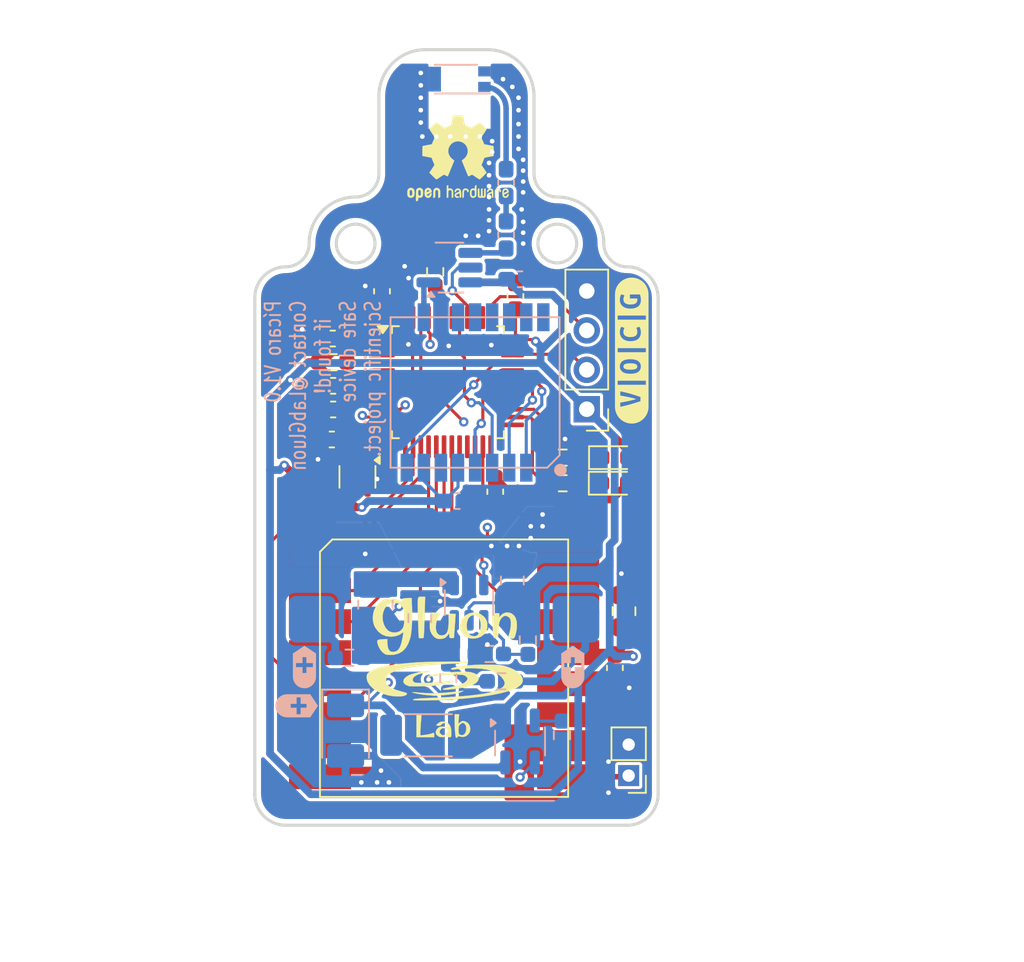
<source format=kicad_pcb>
(kicad_pcb (version 20241229) (generator "pcbnew") (generator_version "9.0")
  (layers (0 "F.Cu" signal) (4 "In1.Cu" signal) (6 "In2.Cu" signal) (2 "B.Cu" signal) (13 "F.Paste" user) (15 "B.Paste" user) (5 "F.SilkS" user "F.Silkscreen") (7 "B.SilkS" user "B.Silkscreen") (1 "F.Mask" user) (3 "B.Mask" user) (25 "Edge.Cuts" user))
  (net 0 "")
  (net 1 "Net-(AE1-FEED)")
  (net 2 "GND")
  (net 3 "/V_SOLAR")
  (net 4 "+3V3")
  (net 5 "Net-(C5-Pad1)")
  (net 6 "Net-(U4-NRST)")
  (net 7 "/TEMP_ADC")
  (net 8 "Net-(D1-K)")
  (net 9 "Net-(D2-K)")
  (net 10 "Net-(J1-Pin_2)")
  (net 11 "Net-(J3-Pin_1)")
  (net 13 "/LORA_MOSI")
  (net 15 "/LORA_DIO0")
  (net 16 "Net-(U2-RF_OUT)")
  (net 18 "/LORA_MISO")
  (net 20 "/LORA_CS")
  (net 21 "/LORA_SCK")
  (net 22 "/LORA_RST")
  (net 24 "Net-(U5-SW)")
  (net 25 "/V_SUPERCAP_SENSE")
  (net 26 "Net-(U6-Set)")
  (net 27 "/BOOST_EN")
  (net 28 "Net-(U4-PB13)")
  (net 29 "Net-(U4-PB14)")
  (net 30 "Net-(U4-BOOT0)")
  (net 31 "/SWDIO")
  (net 32 "/SUPERCAP_EN")
  (net 33 "/~{GPS_RESET}")
  (net 34 "Net-(U5-V_{FB})")
  (net 38 "/~{LNA_SHDN}")
  (net 42 "Net-(U1-RF_IN)")
  (net 43 "/SWCLK")
  (net 44 "/GPS_RX")
  (net 45 "/GPS_ONOFF")
  (net 53 "/1PPS")
  (net 54 "/GPS_TX")
  (net 57 "Net-(J2-Pin_2)")
  (footprint "GluonLib:LogoGluon_12mm" (layer "F.Cu") (at 150 117.4)
    (property "Reference" "G***" (hide yes))
    (property "Value" "LOGO" (hide yes))
  )
  (footprint "Capacitor_SMD:C_0603_1608Metric_Pad1.08x0.95mm_HandSolder" (layer "F.Cu") (at 142.851 99.5725)
    (property "Reference" "C7" (hide yes))
    (property "Value" "100n")
  )
  (footprint "kibuzzard-688BBE2B" (layer "F.Cu") (at 162.1 97.3 90)
    (property "Reference" "kibuzzard-688BBE2B" (hide yes))
    (property "Value" "G***" (hide yes))
  )
  (footprint "Capacitor_SMD:C_0603_1608Metric_Pad1.08x0.95mm_HandSolder" (layer "F.Cu") (at 161.014 117.7585 90)
    (property "Reference" "C3" (hide yes))
    (property "Value" "100n")
  )
  (footprint "Symbol:OSHW-Logo2_7.3x6mm_SilkScreen" (layer "F.Cu") (at 150.9 84.9)
    (property "Reference" "REF**" (hide yes))
    (property "Value" "OSHW-Logo2_7.3x6mm_SilkScreen" (hide yes))
  )
  (footprint "Capacitor_SMD:C_0603_1608Metric_Pad1.08x0.95mm_HandSolder" (layer "F.Cu") (at 153.3 106.4 90)
    (property "Reference" "C8" (hide yes))
    (property "Value" "100n")
  )
  (footprint "Connector_PinHeader_2.54mm:PinHeader_1x04_P2.54mm_Vertical" (layer "F.Cu") (at 159.2 101.08 180)
    (property "Reference" "J4" (hide yes))
    (property "Value" "SWD")
  )
  (footprint "Package_QFP:LQFP-48_7x7mm_P0.5mm" (layer "F.Cu") (at 150.25 99.3375)
    (property "Reference" "U4" (hide yes))
    (property "Value" "STM32F103C8Tx")
  )
  (footprint "LED_SMD:LED_0603_1608Metric_Pad1.05x0.95mm_HandSolder" (layer "F.Cu") (at 160.99395 105.851736)
    (property "Reference" "D1" (hide yes))
    (property "Value" "LED")
  )
  (footprint "Capacitor_SMD:C_0603_1608Metric_Pad1.08x0.95mm_HandSolder" (layer "F.Cu") (at 142.8245 96.5245)
    (property "Reference" "C12" (hide yes))
    (property "Value" "100n")
  )
  (footprint "Capacitor_SMD:C_0603_1608Metric_Pad1.08x0.95mm_HandSolder" (layer "F.Cu") (at 142.764879 103.031655)
    (property "Reference" "C6" (hide yes))
    (property "Value" "100n")
  )
  (footprint "Capacitor_SMD:C_0603_1608Metric_Pad1.08x0.95mm_HandSolder" (layer "F.Cu") (at 145.9995 93.4765 -90)
    (property "Reference" "C9" (hide yes))
    (property "Value" "100n")
  )
  (footprint "Resistor_SMD:R_0603_1608Metric_Pad0.98x0.95mm_HandSolder" (layer "F.Cu") (at 142.8245 98.0485)
    (property "Reference" "R6" (hide yes))
    (property "Value" "10k")
  )
  (footprint "LED_SMD:LED_0603_1608Metric_Pad1.05x0.95mm_HandSolder" (layer "F.Cu") (at 161.00795 104.200736)
    (property "Reference" "D2" (hide yes))
    (property "Value" "LED")
  )
  (footprint "Capacitor_SMD:C_0603_1608Metric_Pad1.08x0.95mm_HandSolder" (layer "F.Cu") (at 154.6 93.8 -90)
    (property "Reference" "C11" (hide yes))
    (property "Value" "100n")
  )
  (footprint "Connector_PinHeader_2.00mm:PinHeader_1x02_P2.00mm_Vertical" (layer "F.Cu") (at 161.9 124.7 180)
    (property "Reference" "J3" (hide yes))
    (property "Value" "LORA_ANT")
  )
  (footprint "Capacitor_SMD:C_0805_2012Metric_Pad1.18x1.45mm_HandSolder" (layer "F.Cu") (at 161.6 114.1 90)
    (property "Reference" "C4" (hide yes))
    (property "Value" "10u")
  )
  (footprint "Resistor_SMD:R_0603_1608Metric_Pad0.98x0.95mm_HandSolder" (layer "F.Cu") (at 157.65095 104.200736 180)
    (property "Reference" "R4" (hide yes))
    (property "Value" "1k")
  )
  (footprint "Resistor_SMD:R_0603_1608Metric_Pad0.98x0.95mm_HandSolder" (layer "F.Cu") (at 149.4285 92.23 90)
    (property "Reference" "R5" (hide yes))
    (property "Value" "10k")
  )
  (footprint "Resistor_SMD:R_0603_1608Metric_Pad0.98x0.95mm_HandSolder" (layer "F.Cu") (at 157.65095 105.851736 180)
    (property "Reference" "R3" (hide yes))
    (property "Value" "1k")
  )
  (footprint "Capacitor_SMD:C_0603_1608Metric_Pad1.08x0.95mm_HandSolder" (layer "F.Cu") (at 142.851 101.0965)
    (property "Reference" "C10" (hide yes))
    (property "Value" "100n")
  )
  (footprint "GluonLib:SX1278" (layer "F.Cu") (at 150 117.774 -90)
    (property "Reference" "MOD1" (hide yes))
    (property "Value" "SX1278")
  )
  (footprint "Package_TO_SOT_SMD:SOT-353_SC-70-5" (layer "F.Cu") (at 144.415879 105.444655 -90)
    (property "Reference" "U3" (hide yes))
    (property "Value" "TMP235A4DCKR")
  )
  (footprint "Package_TO_SOT_SMD:SOT-23-6" (layer "B.Cu") (at 151.611 113.5515 -90)
    (property "Reference" "U5" (hide yes))
    (property "Value" "MCP1640Bx-xCHY")
  )
  (footprint "Resistor_SMD:R_0603_1608Metric_Pad0.98x0.95mm_HandSolder" (layer "B.Cu") (at 153.703 118.621 180)
    (property "Reference" "R2" (hide yes))
    (property "Value" "0R")
  )
  (footprint "Resistor_SMD:R_0603_1608Metric_Pad0.98x0.95mm_HandSolder" (layer "B.Cu") (at 157.6 122.1 -90)
    (property "Reference" "R11" (hide yes))
    (property "Value" "33")
  )
  (footprint "Inductor_SMD:L_0603_1608Metric_Pad1.05x0.95mm_HandSolder" (layer "B.Cu") (at 154 89.845 90)
    (property "Reference" "L1" (hide yes))
    (property "Value" "6.8n")
  )
  (footprint "Capacitor_SMD:C_0603_1608Metric_Pad1.08x0.95mm_HandSolder" (layer "B.Cu") (at 154.9 92.7 180)
    (property "Reference" "C2" (hide yes))
    (property "Value" "100n")
  )
  (footprint "Resistor_SMD:R_0603_1608Metric_Pad0.98x0.95mm_HandSolder" (layer "B.Cu") (at 155.403 115.97 -90)
    (property "Reference" "R8" (hide yes))
    (property "Value" "536k")
  )
  (footprint "Resistor_SMD:R_0603_1608Metric_Pad0.98x0.95mm_HandSolder" (layer "B.Cu") (at 152.9185 116.859 180)
    (property "Reference" "R9" (hide yes))
    (property "Value" "309k")
  )
  (footprint "RF_Antenna:Pulse_W3011" (layer "B.Cu") (at 151 79.8 90)
    (property "Reference" "AE1" (hide yes))
    (property "Value" "Antenna_Chip")
  )
  (footprint "Package_TO_SOT_SMD:SOT-23-5_HandSoldering" (layer "B.Cu") (at 154.9 122.5 -90)
    (property "Reference" "U6" (hide yes))
    (property "Value" "MT9700")
  )
  (footprint "Capacitor_SMD:C_0805_2012Metric_Pad1.18x1.45mm_HandSolder" (layer "B.Cu") (at 148.436 114.5515 90)
    (property "Reference" "C13" (hide yes))
    (property "Value" "10u")
  )
  (footprint "Resistor_SMD:R_0603_1608Metric_Pad0.98x0.95mm_HandSolder" (layer "B.Cu") (at 150.275 118.421 -90)
    (property "Reference" "R7" (hide yes))
    (property "Value" "10k")
  )
  (footprint "Resistor_SMD:R_0603_1608Metric_Pad0.98x0.95mm_HandSolder" (layer "B.Cu") (at 143.9 117.1)
    (property "Reference" "R1" (hide yes))
    (property "Value" "0R")
  )
  (footprint "kibuzzard-688BBDB2" (layer "B.Cu") (at 140.5 120.2)
    (property "Reference" "kibuzzard-688BBDB2" (hide yes))
    (property "Value" "G***" (hide yes))
  )
  (footprint "GluonLib:2_PAD_SMD" (layer "B.Cu") (at 158.5 111.621 -90)
    (property "Reference" "J2" (hide yes))
    (property "Value" "SOLAR_L")
  )
  (footprint "GluonLib:ATGM336H" (layer "B.Cu") (at 152 100 180)
    (property "Reference" "U1" (hide yes))
    (property "Value" "ATGM336H")
  )
  (footprint "Resistor_SMD:R_2010_5025Metric_Pad1.40x2.65mm_HandSolder" (layer "B.Cu") (at 148.984 122.1 180)
    (property "Reference" "R10" (hide yes))
    (property "Value" "33")
  )
  (footprint "Capacitor_Tantalum_SMD:CP_EIA-3528-12_Kemet-T_HandSolder" (layer "B.Cu") (at 143.65 121.8 -90)
    (property "Reference" "C15" (hide yes))
    (property "Value" "10F")
  )
  (footprint "Capacitor_SMD:C_0805_2012Metric_Pad1.18x1.45mm_HandSolder" (layer "B.Cu") (at 154.403 112.121 90)
    (property "Reference" "C14" (hide yes))
    (property "Value" "10u")
  )
  (footprint "Capacitor_SMD:C_0603_1608Metric_Pad1.08x0.95mm_HandSolder" (layer "B.Cu") (at 154 86.47 90)
    (property "Reference" "C5" (hide yes))
    (property "Value" "470p")
  )
  (footprint "kibuzzard-688BBDB2" (layer "B.Cu") (at 158.3 117.7 90)
    (property "Reference" "kibuzzard-688BBDB2" (hide yes))
    (property "Value" "G***" (hide yes))
  )
  (footprint "kibuzzard-688BBDB2" (layer "B.Cu") (at 141 117.7 90)
    (property "Reference" "kibuzzard-688BBDB2" (hide yes))
    (property "Value" "G***" (hide yes))
  )
  (footprint "Package_TO_SOT_SMD:SOT-23-6_Handsoldering" (layer "B.Cu") (at 150.35 91.95)
    (property "Reference" "U2" (hide yes))
    (property "Value" "AT2659S")
  )
  (footprint "Capacitor_SMD:C_0603_1608Metric_Pad1.08x0.95mm_HandSolder" (layer "B.Cu") (at 150.8625 107 180)
    (property "Reference" "C1" (hide yes))
    (property "Value" "100n")
  )
  (footprint "Inductor_SMD:L_1008_2520Metric_Pad1.43x2.20mm_HandSolder" (layer "B.Cu") (at 145.576 113.684 90)
    (property "Reference" "L2" (hide yes))
    (property "Value" "4.7u")
  )
  (footprint "GluonLib:2_PAD_SMD" (layer "B.Cu") (at 141.5 111.621 -90)
    (property "Reference" "J1" (hide yes))
    (property "Value" "SOLAR_R")
  )
  (gr_arc (start 152.799999 77.9) (mid 154.92132 78.77868) (end 155.8 80.900001) (stroke (width 0.2)) (layer "Edge.Cuts"))
  (gr_arc (start 157.3 87.4) (mid 156.23934 86.96066) (end 155.8 85.899999) (stroke (width 0.2)) (layer "Edge.Cuts"))
  (gr_arc (start 145.8 85.9) (mid 145.36066 86.96066) (end 144.3 87.4) (stroke (width 0.2)) (layer "Edge.Cuts"))
  (gr_arc (start 141.3 90.4) (mid 142.17868 88.27868) (end 144.3 87.4) (stroke (width 0.2)) (layer "Edge.Cuts"))
  (gr_line (start 155.8 80.900001) (end 155.8 85.899999) (stroke (width 0.2)) (layer "Edge.Cuts"))
  (gr_arc (start 157.3 87.4) (mid 159.42132 88.27868) (end 160.3 90.4) (stroke (width 0.2)) (layer "Edge.Cuts"))
  (gr_arc (start 161.8 91.9) (mid 160.73934 91.46066) (end 160.3 90.4) (stroke (width 0.2)) (layer "Edge.Cuts"))
  (gr_arc (start 139.8 127.9) (mid 138.385786 127.314214) (end 137.8 125.9) (stroke (width 0.2)) (layer "Edge.Cuts"))
  (gr_circle (center 157.3 90.4) (end 156.05 90.4) (stroke (width 0.2)) (fill no) (layer "Edge.Cuts"))
  (gr_arc (start 141.3 90.4) (mid 140.86066 91.46066) (end 139.8 91.9) (stroke (width 0.2)) (layer "Edge.Cuts"))
  (gr_arc (start 137.8 93.9) (mid 138.385786 92.485786) (end 139.8 91.9) (stroke (width 0.2)) (layer "Edge.Cuts"))
  (gr_arc (start 145.8 80.9) (mid 146.67868 78.77868) (end 148.8 77.9) (stroke (width 0.2)) (layer "Edge.Cuts"))
  (gr_line (start 139.8 127.9) (end 161.800002 127.9) (stroke (width 0.2)) (layer "Edge.Cuts"))
  (gr_arc (start 163.8 125.900001) (mid 163.214214 127.314214) (end 161.800002 127.9) (stroke (width 0.2)) (layer "Edge.Cuts"))
  (gr_line (start 148.8 77.9) (end 152.799999 77.9) (stroke (width 0.2)) (layer "Edge.Cuts"))
  (gr_line (start 163.8 93.899998) (end 163.8 125.900001) (stroke (width 0.2)) (layer "Edge.Cuts"))
  (gr_line (start 137.8 93.9) (end 137.8 125.9) (stroke (width 0.2)) (layer "Edge.Cuts"))
  (gr_arc (start 161.8 91.9) (mid 163.214214 92.485786) (end 163.8 93.899998) (stroke (width 0.2)) (layer "Edge.Cuts"))
  (gr_line (start 145.8 80.9) (end 145.8 85.9) (stroke (width 0.2)) (layer "Edge.Cuts"))
  (gr_circle (center 144.3 90.4) (end 143.05 90.4) (stroke (width 0.2)) (fill no) (layer "Edge.Cuts"))
  (gr_text "Pícaro V1.0\nContact @LabGluon \n  if found!\nSafe device\nScientific project." (at 146 94 90) (layer "B.SilkS") (effects (font (size 1 0.75) (thickness 0.125)) (justify left bottom mirror)))
  (segment (start 154 85.6075) (end 154 81.7) (width 0.354575) (layer "B.Cu") (net 1))
  (arc (start 154 81.7) (mid 153.589949 80.710051) (end 152.6 80.3) (width 0.354575) (layer "B.Cu") (net 1))
  (segment (start 159.2 93.46) (end 158.6775 92.9375) (width 0.2) (layer "F.Cu") (net 2))
  (segment (start 152.5 103.5) (end 152.5 106.4625) (width 0.2) (layer "F.Cu") (net 2))
  (segment (start 144.552 110.774) (end 144.92 110.406) (width 0.5) (layer "F.Cu") (net 2))
  (segment (start 144.415879 105.744655) (end 144.415879 104.494655) (width 0.2) (layer "F.Cu") (net 2))
  (segment (start 149.4285 91.3175) (end 148.0065 91.3175) (width 0.5) (layer "F.Cu") (net 2))
  (segment (start 145.065879 106.394655) (end 145.065879 106.196121) (width 0.2) (layer "F.Cu") (net 2))
  (segment (start 141.962 96.5245) (end 141.4525 96.5245) (width 0.5) (layer "F.Cu") (net 2))
  (segment (start 161.6 111.846) (end 161.43 111.676) (width 0.5) (layer "F.Cu") (net 2))
  (segment (start 154.4125 97.0875) (end 153.1915 97.0875) (width 0.2) (layer "F.Cu") (net 2))
  (segment (start 148 96.658) (end 148 95.175) (width 0.2) (layer "F.Cu") (net 2))
  (segment (start 161.014 118.621) (end 161.517 118.621) (width 0.5) (layer "F.Cu") (net 2))
  (segment (start 147.1105 100.0875) (end 146.0875 100.0875) (width 0.2) (layer "F.Cu") (net 2))
  (segment (start 145.682 125.138) (end 142.364 125.138) (width 0.5) (layer "F.Cu") (net 2))
  (segment (start 145.9995 92.614) (end 145.44 92.614) (width 0.5) (layer "F.Cu") (net 2))
  (segment (start 145.065879 106.394655) (end 144.415879 105.744655) (width 0.2) (layer "F.Cu") (net 2))
  (segment (start 153.1915 97.0875) (end 153.048 96.944) (width 0.2) (layer "F.Cu") (net 2))
  (segment (start 145.936 124.376) (end 142.398 124.376) (width 0.5) (layer "F.Cu") (net 2))
  (segment (start 147.968 97.168) (end 147.968 99.23) (width 0.2) (layer "F.Cu") (net 2))
  (segment (start 141.9885 102.945534) (end 141.902379 103.031655) (width 0.5) (layer "F.Cu") (net 2))
  (segment (start 147.7 96.9) (end 147.968 97.168) (width 0.2) (layer "F.Cu") (net 2))
  (segment (start 141.902379 104.279621) (end 141.872 104.31) (width 0.5) (layer "F.Cu") (net 2))
  (segment (start 152.5 106.4625) (end 153.3 107.2625) (width 0.2) (layer "F.Cu") (net 2))
  (segment (start 145.44 92.614) (end 144.92 93.134) (width 0.5) (layer "F.Cu") (net 2))
  (segment (start 161.6 113.0625) (end 161.6 111.846) (width 0.5) (layer "F.Cu") (net 2))
  (segment (start 141.9885 99.5725) (end 141.9885 102.945534) (width 0.5) (layer "F.Cu") (net 2))
  (segment (start 142.398 124.376) (end 142 124.774) (width 0.5) (layer "F.Cu") (net 2))
  (segment (start 141.4525 96.5245) (end 140.856 95.928) (width 0.5) (layer "F.Cu") (net 2))
  (segment (start 158.6775 92.9375) (end 154.6 92.9375) (width 0.2) (layer "F.Cu") (net 2))
  (segment (start 144.666 125.138) (end 142.364 125.138) (width 0.5) (layer "F.Cu") (net 2))
  (segment (start 147.758 96.9) (end 148 96.658) (width 0.2) (layer "F.Cu") (net 2))
  (segment (start 142 110.774) (end 144.552 110.774) (width 0.5) (layer "F.Cu") (net 2))
  (segment (start 147.968 99.23) (end 147.1105 100.0875) (width 0.2) (layer "F.Cu") (net 2))
  (segment (start 153.3 107.2625) (end 153.9035 107.866) (width 0.2) (layer "F.Cu") (net 2))
  (segment (start 142.364 125.138) (end 142 124.774) (width 0.5) (layer "F.Cu") (net 2))
  (segment (start 141.902379 103.031655) (end 141.902379 104.279621) (width 0.5) (layer "F.Cu") (net 2))
  (segment (start 153.9035 107.866) (end 156.35 107.866) (width 0.2) (layer "F.Cu") (net 2))
  (segment (start 148.0065 91.3175) (end 147.46 91.864) (width 0.5) (layer "F.Cu") (net 2))
  (segment (start 147.7 96.9) (end 147.758 96.9) (width 0.2) (layer "F.Cu") (net 2))
  (segment (start 161.517 118.621) (end 161.938 119.042) (width 0.5) (layer "F.Cu") (net 2))
  (segment (start 146.444 125.138) (end 142.364 125.138) (width 0.5) (layer "F.Cu") (net 2))
  (segment (start 145.065879 106.196121) (end 145.682 105.58) (width 0.2) (layer "F.Cu") (net 2))
  (via (at 154.8 84.3) (size 0.6) (drill 0.3) (layers "F.Cu" "B.Cu") (net 2))
  (via (at 149.746 113.454) (size 0.6) (drill 0.3) (layers "F.Cu" "B.Cu") (net 2))
  (via (at 148.5 81.8) (size 0.6) (drill 0.3) (layers "F.Cu" "B.Cu") (net 2))
  (via (at 144.92 110.406) (size 0.6) (drill 0.3) (layers "F.Cu" "B.Cu") (net 2))
  (via (at 154.826 109.898) (size 0.6) (drill 0.3) (layers "F.Cu" "B.Cu") (net 2))
  (via (at 148.6 83.5) (size 0.6) (drill 0.3) (layers "F.Cu" "B.Cu") (net 2))
  (via (at 148.5 81) (size 0.6) (drill 0.3) (layers "F.Cu" "B.Cu") (net 2))
  (via (at 155.1 87.1) (size 0.6) (drill 0.3) (layers "F.Cu" "B.Cu") (net 2))
  (via (at 151.4 83.5) (size 0.6) (drill 0.3) (layers "F.Cu" "B.Cu") (net 2))
  (via (at 150.3 97) (size 0.6) (drill 0.3) (layers "F.Cu" "B.Cu") (net 2))
  (via (at 152.9 85.2) (size 0.6) (drill 0.3) (layers "F.Cu" "B.Cu") (net 2))
  (via (at 155.588 109.39) (size 0.6) (drill 0.3) (layers "F.Cu" "B.Cu") (net 2))
  (via (at 155.1 85) (size 0.6) (drill 0.3) (layers "F.Cu" "B.Cu") (net 2))
  (via (at 153.8 79.8) (size 0.6) (drill 0.3) (layers "F.Cu" "B.Cu") (net 2))
  (via (at 152.9 88.9) (size 0.6) (drill 0.3) (layers "F.Cu" "B.Cu") (net 2))
  (via (at 150.4 83.5) (size 0.6) (drill 0.3) (layers "F.Cu" "B.Cu") (net 2))
  (via (at 147.714 92.626) (size 0.6) (drill 0.3) (layers "F.Cu" "B.Cu") (net 2))
  (via (at 147.46 91.864) (size 0.6) (drill 0.3) (layers "F.Cu" "B.Cu") (net 2))
  (via (at 152.9 87.4) (size 0.6) (drill 0.3) (layers "F.Cu" "B.Cu") (net 2))
  (via (at 154.9 123.8) (size 0.6) (drill 0.3) (layers "F.Cu" "B.Cu") (net 2))
  (via (at 144.666 125.138) (size 0.6) (drill 0.3) (layers "F.Cu" "B.Cu") (net 2))
  (via (at 154.8 81.8) (size 0.6) (drill 0.3) (layers "F.Cu" "B.Cu") (net 2))
  (via (at 153.1 84.5) (size 0.6) (drill 0.3) (layers "F.Cu" "B.Cu") (net 2))
  (via (at 140.856 95.928) (size 0.6) (drill 0.3) (layers "F.Cu" "B.Cu") (net 2))
  (via (at 148.5 79.4) (size 0.6) (drill 0.3) (layers "F.Cu" "B.Cu") (net 2))
  (via (at 155.588 108.628) (size 0.6) (drill 0.3) (layers "F.Cu" "B.Cu") (net 2))
  (via (at 161.43 111.676) (size 0.6) (drill 0.3) (layers "F.Cu" "B.Cu") (net 2))
  (via (at 152.794 116.248) (size 0.6) (drill 0.3) (layers "F.Cu" "B.Cu") (net 2))
  (via (at 154.4 80.3) (size 0.6) (drill 0.3) (layers "F.Cu" "B.Cu") (net 2))
  (via (at 156.35 107.866) (size 0.6) (drill 0.3) (layers "F.Cu" "B.Cu") (net 2))
  (via (at 145.936 124.376) (size 0.6) (drill 0.3) (layers "F.Cu" "B.Cu") (net 2))
  (via (at 155 88.2) (size 0.6) (drill 0.3) (layers "F.Cu" "B.Cu") (net 2))
  (via (at 148.5 80.2) (size 0.6) (drill 0.3) (layers "F.Cu" "B.Cu") (net 2))
  (via (at 154.064 109.898) (size 0.6) (drill 0.3) (layers "F.Cu" "B.Cu") (net 2))
  (via (at 151.4 89.9) (size 0.6) (drill 0.3) (layers "F.Cu" "B.Cu") (net 2))
  (via (at 154.8 83.5) (size 0.6) (drill 0.3) (layers "F.Cu" "B.Cu") (net 2))
  (via (at 145.682 105.58) (size 0.6) (drill 0.3) (layers "F.Cu" "B.Cu") (net 2))
  (via (at 152.9 89.6) (size 0.6) (drill 0.3) (layers "F.Cu" "B.Cu") (net 2))
  (via (at 155.1 85.7) (size 0.6) (drill 0.3) (layers "F.Cu" "B.Cu") (net 2))
  (via (at 155.1 90.4) (size 0.6) (drill 0.3) (layers "F.Cu" "B.Cu") (net 2))
  (via (at 156.35 108.628) (size 0.6) (drill 0.3) (layers "F.Cu" "B.Cu") (net 2))
  (via (at 152.2 89.9) (size 0.6) (drill 0.3) (layers "F.Cu" "B.Cu") (net 2))
  (via (at 155.1 89.7) (size 0.6) (drill 0.3) (layers "F.Cu" "B.Cu") (net 2))
  (via (at 144.92 93.134) (size 0.6) (drill 0.3) (layers "F.Cu" "B.Cu") (net 2))
  (via (at 153.1 83.8) (size 0.6) (drill 0.3) (layers "F.Cu" "B.Cu") (net 2))
  (via (at 149.5 83.5) (size 0.6) (drill 0.3) (layers "F.Cu" "B.Cu") (net 2))
  (via (at 146.444 125.138) (size 0.6) (drill 0.3) (layers "F.Cu" "B.Cu") (net 2))
  (via (at 152.9 88.2) (size 0.6) (drill 0.3) (layers "F.Cu" "B.Cu") (net 2))
  (via (at 147.7 96.9) (size 0.6) (drill 0.3) (layers "F.Cu" "B.Cu") (net 2))
  (via (at 161.938 119.042) (size 0.6) (drill 0.3) (layers "F.Cu" "B.Cu") (net 2))
  (via (at 155.1 86.4) (size 0.6) (drill 0.3) (layers "F.Cu" "B.Cu") (net 2))
  (via (at 141.872 104.31) (size 0.6) (drill 0.3) (layers "F.Cu" "B.Cu") (net 2))
  (via (at 154.8 82.7) (size 0.6) (drill 0.3) (layers "F.Cu" "B.Cu") (net 2))
  (via (at 153.048 109.898) (size 0.6) (drill 0.3) (layers "F.Cu" "B.Cu") (net 2))
  (via (at 155.1 89) (size 0.6) (drill 0.3) (layers "F.Cu" "B.Cu") (net 2))
  (via (at 154.8 81) (size 0.6) (drill 0.3) (layers "F.Cu" "B.Cu") (net 2))
  (via (at 152.9 86) (size 0.6) (drill 0.3) (layers "F.Cu" "B.Cu") (net 2))
  (via (at 152.9 86.7) (size 0.6) (drill 0.3) (layers "F.Cu" "B.Cu") (net 2))
  (via (at 152.3 83.5) (size 0.6) (drill 0.3) (layers "F.Cu" "B.Cu") (net 2))
  (via (at 153.048 96.944) (size 0.6) (drill 0.3) (layers "F.Cu" "B.Cu") (net 2))
  (via (at 148.5 82.6) (size 0.6) (drill 0.3) (layers "F.Cu" "B.Cu") (net 2))
  (via (at 145.682 125.138) (size 0.6) (drill 0.3) (layers "F.Cu" "B.Cu") (net 2))
  (via (at 157.8 103) (size 0.6) (drill 0.3) (layers "F.Cu" "B.Cu") (net 2))
  (via (at 160.6 123.8) (size 0.6) (drill 0.3) (layers "F.Cu" "B.Cu") (net 2))
  (via (at 160.6 125.8) (size 0.6) (drill 0.3) (layers "F.Cu" "B.Cu") (net 2))
  (segment (start 147.6 95.15) (end 147.6 96.8) (width 0.2) (layer "B.Cu") (net 2))
  (segment (start 158.44 92.7) (end 159.2 93.46) (width 0.2) (layer "B.Cu") (net 2))
  (segment (start 149 91.95) (end 148.39 91.95) (width 0.2) (layer "B.Cu") (net 2))
  (segment (start 149.8 96.5) (end 150.3 97) (width 0.5) (layer "B.Cu") (net 2))
  (segment (start 156.4 104.4) (end 157.8 103) (width 0.5) (layer "B.Cu") (net 2))
  (segment (start 151.725 107) (end 151.725 108.5) (width 0.2) (layer "B.Cu") (net 2))
  (segment (start 152.006 116.859) (end 152.183 116.859) (width 0.2) (layer "B.Cu") (net 2))
  (segment (start 151.725 108.575) (end 153.048 109.898) (width 0.2) (layer "B.Cu") (net 2))
  (segment (start 155.395 122.405) (end 154.9 122.9) (width 0.2) (layer "B.Cu") (net 2))
  (segment (start 155.7625 92.7) (end 158.44 92.7) (width 0.2) (layer "B.Cu") (net 2))
  (segment (start 157.6 123.0125) (end 156.9925 122.405) (width 0.2) (layer "B.Cu") (net 2))
  (segment (start 156.9925 122.405) (end 155.395 122.405) (width 0.2) (layer "B.Cu") (net 2))
  (segment (start 156.4 104.85) (end 156.4 104.4) (width 0.5) (layer "B.Cu") (net 2))
  (segment (start 149 91) (end 149 91.95) (width 0.2) (layer "B.Cu") (net 2))
  (segment (start 148.324 91) (end 147.46 91.864) (width 0.2) (layer "B.Cu") (net 2))
  (segment (start 155.395 122.405) (end 154.9 121.91) (width 0.2) (layer "B.Cu") (net 2))
  (segment (start 148.39 91.95) (end 147.714 92.626) (width 0.2) (layer "B.Cu") (net 2))
  (segment (start 149 91) (end 148.324 91) (width 0.2) (layer "B.Cu") (net 2))
  (segment (start 154.9 121.91) (end 154.9 121.15) (width 0.2) (layer "B.Cu") (net 2))
  (segment (start 147.6 96.8) (end 147.7 96.9) (width 0.2) (layer "B.Cu") (net 2))
  (segment (start 154.9 122.9) (end 154.9 123.8) (width 0.2) (layer "B.Cu") (net 2))
  (segment (start 152.183 116.859) (end 152.794 116.248) (width 0.2) (layer "B.Cu") (net 2))
  (segment (start 151.725 108.5) (end 151.725 108.575) (width 0.2) (layer "B.Cu") (net 2))
  (segment (start 149.8 95.15) (end 149.8 96.5) (width 0.5) (layer "B.Cu") (net 2))
  (segment (start 147.1875 101.0875) (end 146.0875 101.0875) (width 0.2) (layer "F.Cu") (net 3))
  (segment (start 147.475 100.8) (end 147.1875 101.0875) (width 0.2) (layer "F.Cu") (net 3))
  (segment (start 147.5 100.8) (end 147.475 100.8) (width 0.2) (layer "F.Cu") (net 3))
  (via (at 147.1 113.8) (size 0.6) (drill 0.3) (layers "F.Cu" "B.Cu") (net 3))
  (via (at 147.5 100.8) (size 0.6) (drill 0.3) (layers "F.Cu" "B.Cu") (net 3))
  (segment (start 146.0535 114.8465) (end 147.1 113.8) (width 0.2) (layer "B.Cu") (net 3))
  (segment (start 152.7905 118.621) (end 151.3875 118.621) (width 0.5) (layer "B.Cu") (net 3))
  (segment (start 151.3875 118.621) (end 150.275 117.5085) (width 0.5) (layer "B.Cu") (net 3))
  (segment (start 145.576 114.8465) (end 146.0535 114.8465) (width 0.2) (layer "B.Cu") (net 3))
  (segment (start 161.143 116.848) (end 161.095 116.896) (width 0.2) (layer "F.Cu") (net 4))
  (segment (start 161.6 116.31) (end 161.014 116.896) (width 0.5) (layer "F.Cu") (net 4))
  (segment (start 143.7135 101.0965) (end 143.7135 101.4525) (width 0.2) (layer "F.Cu") (net 4))
  (segment (start 141.394655 106.394655) (end 143.765879 106.394655) (width 0.5) (layer "F.Cu") (net 4))
  (segment (start 144.2225 100.5875) (end 146.0875 100.5875) (width 0.2) (layer "F.Cu") (net 4))
  (segment (start 161.88295 104.200736) (end 161.88295 103.76295) (width 0.5) (layer "F.Cu") (net 4))
  (segment (start 143.765879 106.865879) (end 143.765879 106.394655) (width 0.5) (layer "F.Cu") (net 4))
  (segment (start 142.163 98.0485) (end 143.687 96.5245) (width 0.5) (layer "F.Cu") (net 4))
  (segment (start 153 105.2375) (end 153.3 105.5375) (width 0.2) (layer "F.Cu") (net 4))
  (segment (start 154.6625 106.9) (end 153.3 105.5375) (width 0.5) (layer "F.Cu") (net 4))
  (segment (start 162.078 116.896) (end 162.192 117.01) (width 0.5) (layer "F.Cu") (net 4))
  (segment (start 139.7 104.7) (end 141.394655 106.394655) (width 0.5) (layer "F.Cu") (net 4))
  (segment (start 145.9995 94.339) (end 145.8725 94.339) (width 0.5) (layer "F.Cu") (net 4))
  (segment (start 140.1 99.2) (end 141.2515 98.0485) (width 0.5) (layer "F.Cu") (net 4))
  (segment (start 161.014 116.896) (end 162.078 116.896) (width 0.5) (layer "F.Cu") (net 4))
  (segment (start 143.75 96.5875) (end 143.687 96.5245) (width 0.2) (layer "F.Cu") (net 4))
  (segment (start 143.7135 101.0965) (end 144.2225 100.5875) (width 0.2) (layer "F.Cu") (net 4))
  (segment (start 161.86895 104.214736) (end 161.88295 104.200736) (width 0.5) (layer "F.Cu") (net 4))
  (segment (start 146.563 94.339) (end 147.399 95.175) (width 0.5) (layer "F.Cu") (net 4))
  (segment (start 145.8725 94.339) (end 143.687 96.5245) (width 0.5) (layer "F.Cu") (net 4))
  (segment (start 161.88295 103.76295) (end 159.2 101.08) (width 0.5) (layer "F.Cu") (net 4))
  (segment (start 155.7395 96.5875) (end 155.842 96.69) (width 0.2) (layer "F.Cu") (net 4))
  (segment (start 144.3 107.4) (end 143.765879 106.865879) (width 0.5) (layer "F.Cu") (net 4))
  (segment (start 141.2515 98.0485) (end 141.912 98.0485) (width 0.5) (layer "F.Cu") (net 4))
  (segment (start 158 116.774) (end 160.892 116.774) (width 0.5) (layer "F.Cu") (net 4))
  (segment (start 142.875 99.0115) (end 141.912 98.0485) (width 0.2) (layer "F.Cu") (net 4))
  (segment (start 145.9995 94.339) (end 146.563 94.339) (width 0.5) (layer "F.Cu") (net 4))
  (segment (start 143.7135 101.0965) (end 142.875 100.258) (width 0.2) (layer "F.Cu") (net 4))
  (segment (start 160.892 116.774) (end 161.014 116.896) (width 0.5) (layer "F.Cu") (net 4))
  (segment (start 161.86895 105.851736) (end 160.820686 106.9) (width 0.5) (layer "F.Cu") (net 4))
  (segment (start 154.6 94.6625) (end 154.6 96.4) (width 0.2) (layer "F.Cu") (net 4))
  (segment (start 161.86895 105.851736) (end 161.86895 104.214736) (width 0.5) (layer "F.Cu") (net 4))
  (segment (start 144.7 107.4) (end 144.3 107.4) (width 0.5) (layer "F.Cu") (net 4))
  (segment (start 146.0875 96.5875) (end 143.75 96.5875) (width 0.2) (layer "F.Cu") (net 4))
  (segment (start 154.6 96.4) (end 154.4125 96.5875) (width 0.2) (layer "F.Cu") (net 4))
  (segment (start 141.912 98.0485) (end 142.163 98.0485) (width 0.5) (layer "F.Cu") (net 4))
  (segment (start 154.4125 96.5875) (end 155.7395 96.5875) (width 0.2) (layer "F.Cu") (net 4))
  (segment (start 155.842 96.69) (end 155.852 96.7) (width 0.2) (layer "F.Cu") (net 4))
  (segment (start 153 103.5) (end 153 105.2375) (width 0.2) (layer "F.Cu") (net 4))
  (segment (start 160.820686 106.9) (end 154.6625 106.9) (width 0.5) (layer "F.Cu") (net 4))
  (segment (start 142.875 100.258) (end 142.875 99.0115) (width 0.2) (layer "F.Cu") (net 4))
  (segment (start 161.6 115.1375) (end 161.6 116.31) (width 0.5) (layer "F.Cu") (net 4))
  (segment (start 155.852 96.7) (end 155.9 96.7) (width 0.2) (layer "F.Cu") (net 4))
  (via (at 155.9 96.7) (size 0.6) (drill 0.3) (layers "F.Cu" "B.Cu") (net 4))
  (via (at 139.7 104.7) (size 0.6) (drill 0.3) (layers "F.Cu" "B.Cu") (net 4))
  (via (at 144.7 107.4) (size 0.6) (drill 0.3) (layers "F.Cu" "B.Cu") (net 4))
  (via (at 140.1 99.2) (size 0.6) (drill 0.3) (layers "F.Cu" "B.Cu") (net 4))
  (via (at 162.192 117.01) (size 0.6) (drill 0.3) (layers "F.Cu" "B.Cu") (net 4))
  (segment (start 156.22 97.02) (end 155.9 96.7) (width 0.5) (layer "B.Cu") (net 4))
  (segment (start 151.611 113.872) (end 151.611 114.689) (width 0.2) (layer "B.Cu") (net 4))
  (segment (start 160.679 112.679) (end 159.7 111.7) (width 0.5) (layer "B.Cu") (net 4))
  (segment (start 161.068 117.01) (end 160.679 116.621) (width 0.5) (layer "B.Cu") (net 4))
  (segment (start 156.22 98.1) (end 141.2 98.1) (width 0.5) (layer "B.Cu") (net 4))
  (segment (start 141.4 125.9) (end 138.781 123.281) (width 0.5) (layer "B.Cu") (net 4))
  (segment (start 138.781 105) (end 139.4 105) (width 0.5) (layer "B.Cu") (net 4))
  (segment (start 157.6 94.3) (end 157 93.7) (width 0.5) (layer "B.Cu") (net 4))
  (segment (start 156.5865 111.7) (end 159.7 111.7) (width 1) (layer "B.Cu") (net 4))
  (segment (start 150.9 106.1) (end 150.9 104.85) (width 0.2) (layer "B.Cu") (net 4))
  (segment (start 161 102.88) (end 159.2 101.08) (width 0.5) (layer "B.Cu") (net 4))
  (segment (start 160.679 112.9) (end 160.679 110.8) (width 0.5) (layer "B.Cu") (net 4))
  (segment (start 160.679 109.823396) (end 161 109.502396) (width 0.5) (layer "B.Cu") (net 4))
  (segment (start 139.4 105) (end 139.7 104.7) (width 0.5) (layer "B.Cu") (net 4))
  (segment (start 153.95 120.370001) (end 154.773001 119.547) (width 0.5) (layer "B.Cu") (net 4))
  (segment (start 156.22 97.3) (end 157.6 95.92) (width 0.5) (layer "B.Cu") (net 4))
  (segment (start 160.6 110.8) (end 159.7 111.7) (width 0.5) (layer "B.Cu") (net 4))
  (segment (start 144.7 107.4) (end 145.1 107) (width 0.5) (layer "B.Cu") (net 4))
  (segment (start 159.7 111.7) (end 160.2 111.7) (width 1) (layer "B.Cu") (net 4))
  (segment (start 148.7 105.7) (end 148.7 104.85) (width 0.2) (layer "B.Cu") (net 4))
  (segment (start 138.781 100.519) (end 140.1 99.2) (width 0.5) (layer "B.Cu") (net 4))
  (segment (start 153.8375 92.9) (end 151.7 92.9) (width 0.5) (layer "B.Cu") (net 4))
  (segment (start 158.65 118.65) (end 158.65 124.25) (width 0.5) (layer "B.Cu") (net 4))
  (segment (start 159.2 101.08) (end 156.22 98.1) (width 0.5) (layer "B.Cu") (net 4))
  (segment (start 155.128 113.1585) (end 156.5865 111.7) (width 1) (layer "B.Cu") (net 4))
  (segment (start 156.22 98.1) (end 156.22 97.3) (width 0.5) (layer "B.Cu") (net 4))
  (segment (start 150 107) (end 148.7 105.7) (width 0.2) (layer "B.Cu") (net 4))
  (segment (start 145.1 107) (end 150 107) (width 0.5) (layer "B.Cu") (net 4))
  (segment (start 157.753 119.547) (end 158.65 118.65) (width 0.5) (layer "B.Cu") (net 4))
  (segment (start 158.65 124.25) (end 157 125.9) (width 0.5) (layer "B.Cu") (net 4))
  (segment (start 158.65 118.65) (end 160.679 116.621) (width 0.5) (layer "B.Cu") (net 4))
  (segment (start 162.192 117.01) (end 161.068 117.01) (width 0.5) (layer "B.Cu") (net 4))
  (segment (start 151.926 113.557) (end 151.611 113.872) (width 0.2) (layer "B.Cu") (net 4))
  (segment (start 138.781 105) (end 138.781 100.519) (width 0.5) (layer "B.Cu") (net 4))
  (segment (start 138.781 123.281) (end 138.781 105) (width 0.5) (layer "B.Cu") (net 4))
  (segment (start 160.679 112.9) (end 160.679 112.679) (width 0.5) (layer "B.Cu") (net 4))
  (segment (start 141.2 98.1) (end 140.1 99.2) (width 0.5) (layer "B.Cu") (net 4))
  (segment (start 155.0375 93.7) (end 154.0375 92.7) (width 0.5) (layer "B.Cu") (net 4))
  (segment (start 161 109.502396) (end 161 102.88) (width 0.5) (layer "B.Cu") (net 4))
  (segment (start 160.679 110.8) (end 160.679 111.221) (width 0.5) (layer "B.Cu") (net 4))
  (segment (start 150 107) (end 150.9 106.1) (width 0.2) (layer "B.Cu") (net 4))
  (segment (start 154.403 113.1585) (end 155.128 113.1585) (width 1) (layer "B.Cu") (net 4))
  (segment (start 156.22 97.3) (end 156.22 97.02) (width 0.5) (layer "B.Cu") (net 4))
  (segment (start 160.679 111.221) (end 160.2 111.7) (width 0.5) (layer "B.Cu") (net 4))
  (segment (start 154.773001 119.547) (end 157.753 119.547) (width 0.5) (layer "B.Cu") (net 4))
  (segment (start 157.6 95.92) (end 157.6 94.3) (width 0.5) (layer "B.Cu") (net 4))
  (segment (start 157 125.9) (end 141.4 125.9) (width 0.5) (layer "B.Cu") (net 4))
  (segment (start 153.95 121.15) (end 153.95 120.370001) (width 0.5) (layer "B.Cu") (net 4))
  (segment (start 160.679 110.8) (end 160.679 109.823396) (width 0.5) (layer "B.Cu") (net 4))
  (segment (start 160.679 110.8) (end 160.6 110.8) (width 0.5) (layer "B.Cu") (net 4))
  (segment (start 154.0375 92.7) (end 153.8375 92.9) (width 0.5) (layer "B.Cu") (net 4))
  (segment (start 160.679 116.621) (end 160.679 112.9) (width 0.5) (layer "B.Cu") (net 4))
  (segment (start 157 93.7) (end 155.0375 93.7) (width 0.5) (layer "B.Cu") (net 4))
  (segment (start 153.534 113.557) (end 151.926 113.557) (width 0.2) (layer "B.Cu") (net 4))
  (segment (start 154 88.97) (end 154 87.3325) (width 0.354575) (layer "B.Cu") (net 5))
  (segment (start 143.737 99.549) (end 143.7135 99.5725) (width 0.2) (layer "F.Cu") (net 6))
  (segment (start 143.737 98.0485) (end 143.737 99.549) (width 0.2) (layer "F.Cu") (net 6))
  (segment (start 146.0725 99.5725) (end 146.0875 99.5875) (width 0.2) (layer "F.Cu") (net 6))
  (segment (start 143.7135 99.5725) (end 146.0725 99.5725) (width 0.2) (layer "F.Cu") (net 6))
  (segment (start 143.765879 104.494655) (end 143.765879 103.170155) (width 0.2) (layer "F.Cu") (net 7))
  (segment (start 146.0875 102.0875) (end 144.571534 102.0875) (width 0.2) (layer "F.Cu") (net 7))
  (segment (start 144.571534 102.0875) (end 143.627379 103.031655) (width 0.2) (layer "F.Cu") (net 7))
  (segment (start 143.765879 103.170155) (end 143.627379 103.031655) (width 0.2) (layer "F.Cu") (net 7))
  (segment (start 160.11895 105.851736) (end 158.56345 105.851736) (width 0.2) (layer "F.Cu") (net 8))
  (segment (start 158.56345 104.200736) (end 160.13295 104.200736) (width 0.2) (layer "F.Cu") (net 9))
  (segment (start 142.9875 116.1085) (end 141.5 114.621) (width 0.5) (layer "B.Cu") (net 10))
  (segment (start 142.9875 117.1) (end 142.9875 116.1085) (width 0.5) (layer "B.Cu") (net 10))
  (segment (start 158 124.774) (end 161.826 124.774) (width 0.354575) (layer "F.Cu") (net 11))
  (arc (start 161.826 124.774) (mid 161.878326 124.752326) (end 161.9 124.7) (width 0.354575) (layer "F.Cu") (net 11))
  (segment (start 149.5 109.474) (end 149.5 103.5) (width 0.2) (layer "F.Cu") (net 13))
  (segment (start 142 114.774) (end 144.2 114.774) (width 0.2) (layer "F.Cu") (net 13))
  (segment (start 144.2 114.774) (end 149.5 109.474) (width 0.2) (layer "F.Cu") (net 13))
  (segment (start 150.5 109.932943) (end 150.5 103.5) (width 0.2) (layer "F.Cu") (net 15))
  (segment (start 155.341057 114.774) (end 150.5 109.932943) (width 0.2) (layer "F.Cu") (net 15))
  (segment (start 158 114.774) (end 155.341057 114.774) (width 0.2) (layer "F.Cu") (net 15))
  (segment (start 151.7 91) (end 153.72 91) (width 0.354575) (layer "B.Cu") (net 16))
  (arc (start 153.72 91) (mid 153.91799 90.91799) (end 154 90.72) (width 0.354575) (layer "B.Cu") (net 16))
  (segment (start 149 103.5) (end 149 107.974) (width 0.2) (layer "F.Cu") (net 18))
  (segment (start 149 107.974) (end 144.2 112.774) (width 0.2) (layer "F.Cu") (net 18))
  (segment (start 144.2 112.774) (end 142 112.774) (width 0.2) (layer "F.Cu") (net 18))
  (segment (start 139.733 108.735) (end 144.559 108.735) (width 0.2) (layer "F.Cu") (net 20))
  (segment (start 148 105.294) (end 148 103.5) (width 0.2) (layer "F.Cu") (net 20))
  (segment (start 140.598 118.774) (end 138.824 117) (width 0.2) (layer "F.Cu") (net 20))
  (segment (start 144.559 108.735) (end 148 105.294) (width 0.2) (layer "F.Cu") (net 20))
  (segment (start 138.824 109.644) (end 139.733 108.735) (width 0.2) (layer "F.Cu") (net 20))
  (segment (start 138.824 117) (end 138.824 109.644) (width 0.2) (layer "F.Cu") (net 20))
  (segment (start 142 118.774) (end 140.598 118.774) (width 0.2) (layer "F.Cu") (net 20))
  (segment (start 142 116.774) (end 139.8 116.774) (width 0.2) (layer "F.Cu") (net 21))
  (segment (start 139.332 116.306) (end 139.332 110.045) (width 0.2) (layer "F.Cu") (net 21))
  (segment (start 140.241 109.136) (end 144.7251 109.136) (width 0.2) (layer "F.Cu") (net 21))
  (segment (start 148.5 105.3611) (end 148.5 103.5) (width 0.2) (layer "F.Cu") (net 21))
  (segment (start 139.332 110.045) (end 140.241 109.136) (width 0.2) (layer "F.Cu") (net 21))
  (segment (start 144.7251 109.136) (end 148.5 105.3611) (width 0.2) (layer "F.Cu") (net 21))
  (segment (start 139.8 116.774) (end 139.332 116.306) (width 0.2) (layer "F.Cu") (net 21))
  (segment (start 150 103.5) (end 150 110.406) (width 0.2) (layer "F.Cu") (net 22))
  (segment (start 148.476 111.93) (end 148.476 115.7) (width 0.2) (layer "F.Cu") (net 22))
  (segment (start 150 110.406) (end 148.476 111.93) (width 0.2) (layer "F.Cu") (net 22))
  (segment (start 143.402 120.774) (end 142 120.774) (width 0.2) (layer "F.Cu") (net 22))
  (segment (start 148.476 115.7) (end 143.402 120.774) (width 0.2) (layer "F.Cu") (net 22))
  (segment (start 144.834916 101.5875) (end 146.0875 101.5875) (width 0.2) (layer "F.Cu") (net 25))
  (segment (start 144.734916 101.4875) (end 144.834916 101.5875) (width 0.2) (layer "F.Cu") (net 25))
  (via (at 146.4 118.7) (size 0.6) (drill 0.3) (layers "F.Cu" "B.Cu") (net 25))
  (via (at 144.734916 101.4875) (size 0.6) (drill 0.3) (layers "F.Cu" "B.Cu") (net 25))
  (segment (start 146.584 122.1) (end 146.584 120.706) (width 0.5) (layer "B.Cu") (net 25))
  (segment (start 148.658999 124.174999) (end 146.584 122.1) (width 0.5) (layer "B.Cu") (net 25))
  (segment (start 153.95 123.85) (end 153.625001 124.174999) (width 0.5) (layer "B.Cu") (net 25))
  (segment (start 146.0505 120.1725) (end 143.65 120.1725) (width 0.5) (layer "B.Cu") (net 25))
  (segment (start 153.625001 124.174999) (end 148.658999 124.174999) (width 0.5) (layer "B.Cu") (net 25))
  (segment (start 144.9275 120.1725) (end 143.65 120.1725) (width 0.2) (layer "B.Cu") (net 25))
  (segment (start 146.584 120.706) (end 146.0505 120.1725) (width 0.5) (layer "B.Cu") (net 25))
  (segment (start 146.4 118.7) (end 144.9275 120.1725) (width 0.2) (layer "B.Cu") (net 25))
  (segment (start 155.8875 121.1875) (end 155.85 121.15) (width 0.2) (layer "B.Cu") (net 26))
  (segment (start 157.6 121.1875) (end 155.8875 121.1875) (width 0.2) (layer "B.Cu") (net 26))
  (segment (start 152.447 109.649057) (end 152.447 111.03) (width 0.2) (layer "F.Cu") (net 27))
  (segment (start 152.794 108.7) (end 152.794 109.302057) (width 0.2) (layer "F.Cu") (net 27))
  (segment (start 148.5 99.13) (end 148.5 95.175) (width 0.2) (layer "F.Cu") (net 27))
  (segment (start 151.27 101.9) (end 148.5 99.13) (width 0.2) (layer "F.Cu") (net 27))
  (segment (start 152.794 109.302057) (end 152.447 109.649057) (width 0.2) (layer "F.Cu") (net 27))
  (segment (start 152.447 111.03) (end 152.561 111.144) (width 0.2) (layer "F.Cu") (net 27))
  (via (at 152.561 111.144) (size 0.6) (drill 0.3) (layers "F.Cu" "B.Cu") (net 27))
  (via (at 149 118.5) (size 0.6) (drill 0.3) (layers "F.Cu" "B.Cu") (net 27))
  (via (at 152.794 108.7) (size 0.6) (drill 0.3) (layers "F.Cu" "B.Cu") (net 27))
  (via (at 151.27 101.9) (size 0.6) (drill 0.3) (layers "F.Cu" "B.Cu") (net 27))
  (segment (start 149.7335 119.3335) (end 150.275 119.3335) (width 0.2) (layer "B.Cu") (net 27))
  (segment (start 149 118.5) (end 149 118.6) (width 0.2) (layer "B.Cu") (net 27))
  (segment (start 149 118.6) (end 149.7335 119.3335) (width 0.2) (layer "B.Cu") (net 27))
  (segment (start 152.561 112.414) (end 152.561 111.144) (width 0.2) (layer "B.Cu") (net 27))
  (segment (start 156.5745 105.9745) (end 155.7 105.1) (width 0.2) (layer "F.Cu") (net 28))
  (segment (start 155.7 105.1) (end 155.7 101.7365) (width 0.2) (layer "F.Cu") (net 28))
  (segment (start 155.7 101.7365) (end 155.551 101.5875) (width 0.2) (layer "F.Cu") (net 28))
  (segment (start 156.615686 105.9745) (end 156.5745 105.9745) (width 0.2) (layer "F.Cu") (net 28))
  (segment (start 155.551 101.5875) (end 154.4125 101.5875) (width 0.2) (layer "F.Cu") (net 28))
  (segment (start 156.73845 105.851736) (end 156.615686 105.9745) (width 0.2) (layer "F.Cu") (net 28))
  (segment (start 156.6 101.9) (end 156.6 104.062286) (width 0.2) (layer "F.Cu") (net 29))
  (segment (start 156.6 104.062286) (end 156.73845 104.200736) (width 0.2) (layer "F.Cu") (net 29))
  (segment (start 154.4125 101.0875) (end 155.7875 101.0875) (width 0.2) (layer "F.Cu") (net 29))
  (segment (start 155.7875 101.0875) (end 156.6 101.9) (width 0.2) (layer "F.Cu") (net 29))
  (segment (start 149.4285 93.1425) (end 149.5 93.214) (width 0.2) (layer "F.Cu") (net 30))
  (segment (start 149.5 93.214) (end 149.5 95.175) (width 0.2) (layer "F.Cu") (net 30))
  (segment (start 154.4125 97.5875) (end 154.4615 97.5385) (width 0.2) (layer "F.Cu") (net 31))
  (segment (start 158.1985 97.5385) (end 159.2 98.54) (width 0.2) (layer "F.Cu") (net 31))
  (segment (start 154.4615 97.5385) (end 158.1985 97.5385) (width 0.2) (layer "F.Cu") (net 31))
  (segment (start 149 96.106062) (end 149 95.175) (width 0.2) (layer "F.Cu") (net 32))
  (segment (start 149.1 96.9) (end 149.1 96.206062) (width 0.2) (layer "F.Cu") (net 32))
  (segment (start 149.1 96.206062) (end 149 96.106062) (width 0.2) (layer "F.Cu") (net 32))
  (via (at 149.1 96.9) (size 0.6) (drill 0.3) (layers "F.Cu" "B.Cu") (net 32))
  (via (at 154.9 124.8) (size 0.6) (drill 0.3) (layers "F.Cu" "B.Cu") (net 32))
  (segment (start 154.9 124.8) (end 155.85 123.85) (width 0.2) (layer "B.Cu") (net 32))
  (segment (start 151.913265 99.466881) (end 153.292646 98.0875) (width 0.2) (layer "F.Cu") (net 33))
  (segment (start 153.292646 98.0875) (end 154.4125 98.0875) (width 0.2) (layer "F.Cu") (net 33))
  (segment (start 151.913265 99.5) (end 151.913265 99.466881) (width 0.2) (layer "F.Cu") (net 33))
  (via (at 151.913265 99.5) (size 0.6) (drill 0.3) (layers "F.Cu" "B.Cu") (net 33))
  (segment (start 147.6 103.813265) (end 151.913265 99.5) (width 0.2) (layer "B.Cu") (net 33))
  (segment (start 147.6 104.85) (end 147.6 103.813265) (width 0.2) (layer "B.Cu") (net 33))
  (segment (start 153.831 115.959) (end 152.561 114.689) (width 0.2) (layer "B.Cu") (net 34))
  (segment (start 153.8545 116.8825) (end 153.831 116.859) (width 0.2) (layer "B.Cu") (net 34))
  (segment (start 153.831 116.859) (end 153.831 115.959) (width 0.2) (layer "B.Cu") (net 34))
  (segment (start 155.403 116.8825) (end 153.8545 116.8825) (width 0.2) (layer "B.Cu") (net 34))
  (segment (start 151.5 94.399828) (end 150.533489 93.433317) (width 0.2) (layer "F.Cu") (net 38))
  (segment (start 151.5 95.175) (end 151.5 94.399828) (width 0.2) (layer "F.Cu") (net 38))
  (via (at 150.533489 93.433317) (size 0.6) (drill 0.3) (layers "F.Cu" "B.Cu") (net 38))
  (segment (start 150.533489 92.336512) (end 150.920001 91.95) (width 0.2) (layer "B.Cu") (net 38))
  (segment (start 150.920001 91.95) (end 151.7 91.95) (width 0.2) (layer "B.Cu") (net 38))
  (segment (start 150.533489 93.433317) (end 150.533489 92.336512) (width 0.2) (layer "B.Cu") (net 38))
  (segment (start 148.7 95.15) (end 148.7 93.2) (width 0.354575) (layer "B.Cu") (net 42))
  (arc (start 148.7 93.2) (mid 148.787868 92.987868) (end 149 92.9) (width 0.354575) (layer "B.Cu") (net 42))
  (segment (start 153 95.175) (end 153 94.437501) (width 0.2) (layer "F.Cu") (net 43))
  (segment (start 153.613501 93.824) (end 157.024 93.824) (width 0.2) (layer "F.Cu") (net 43))
  (segment (start 157.024 93.824) (end 159.2 96) (width 0.2) (layer "F.Cu") (net 43))
  (segment (start 153 94.437501) (end 153.613501 93.824) (width 0.2) (layer "F.Cu") (net 43))
  (segment (start 155.3875 99.5875) (end 154.4125 99.5875) (width 0.2) (layer "F.Cu") (net 44))
  (segment (start 155.7 99.9) (end 155.3875 99.5875) (width 0.2) (layer "F.Cu") (net 44))
  (segment (start 155.7 100.4875) (end 155.7 99.9) (width 0.2) (layer "F.Cu") (net 44))
  (via (at 155.7 100.4875) (size 0.6) (drill 0.3) (layers "F.Cu" "B.Cu") (net 44))
  (segment (start 155.7 100.4875) (end 154.2 101.9875) (width 0.2) (layer "B.Cu") (net 44))
  (segment (start 154.2 101.9875) (end 154.2 104.85) (width 0.2) (layer "B.Cu") (net 44))
  (segment (start 152.5 99.728676) (end 153.641176 98.5875) (width 0.2) (layer "F.Cu") (net 45))
  (segment (start 152.4 102) (end 152.5 101.9) (width 0.2) (layer "F.Cu") (net 45))
  (segment (start 152.5 101.9) (end 152.5 99.728676) (width 0.2) (layer "F.Cu") (net 45))
  (segment (start 153.641176 98.5875) (end 154.4125 98.5875) (width 0.2) (layer "F.Cu") (net 45))
  (via (at 152.4 102) (size 0.6) (drill 0.3) (layers "F.Cu" "B.Cu") (net 45))
  (segment (start 152 102.4) (end 152 104.85) (width 0.2) (layer "B.Cu") (net 45))
  (segment (start 152.4 102) (end 152 102.4) (width 0.2) (layer "B.Cu") (net 45))
  (segment (start 151.313265 97.749265) (end 151 97.436) (width 0.2) (layer "F.Cu") (net 53))
  (segment (start 151.313265 100.214098) (end 151.313265 97.749265) (width 0.2) (layer "F.Cu") (net 53))
  (segment (start 151.75778 100.658613) (end 151.313265 100.214098) (width 0.2) (layer "F.Cu") (net 53))
  (segment (start 151 97.436) (end 151 95.175) (width 0.2) (layer "F.Cu") (net 53))
  (via (at 151.75778 100.658613) (size 0.6) (drill 0.3) (layers "F.Cu" "B.Cu") (net 53))
  (segment (start 152.258613 100.658613) (end 153.1 101.5) (width 0.2) (layer "B.Cu") (net 53))
  (segment (start 153.1 101.5) (end 153.1 104.85) (width 0.2) (layer "B.Cu") (net 53))
  (segment (start 151.75778 100.658613) (end 152.258613 100.658613) (width 0.2) (layer "B.Cu") (net 53))
  (segment (start 156.3 99.929018) (end 156.3 99.673272) (width 0.2) (layer "F.Cu") (net 54))
  (segment (start 155.714228 99.0875) (end 154.4125 99.0875) (width 0.2) (layer "F.Cu") (net 54))
  (segment (start 156.3 99.673272) (end 155.714228 99.0875) (width 0.2) (layer "F.Cu") (net 54))
  (via (at 156.3 99.929018) (size 0.6) (drill 0.3) (layers "F.Cu" "B.Cu") (net 54))
  (segment (start 156.3 100.8) (end 155.3 101.8) (width 0.2) (layer "B.Cu") (net 54))
  (segment (start 155.3 101.8) (end 155.3 104.85) (width 0.2) (layer "B.Cu") (net 54))
  (segment (start 156.3 99.929018) (end 156.3 100.8) (width 0.2) (layer "B.Cu") (net 54))
  (segment (start 159.103 114.821) (end 159.103 116.521) (width 0.5) (layer "B.Cu") (net 57))
  (segment (start 157.003 118.621) (end 154.6155 118.621) (width 0.5) (layer "B.Cu") (net 57))
  (segment (start 159.103 116.521) (end 157.003 118.621) (width 0.5) (layer "B.Cu") (net 57))
  (zone (net 2) (net_name "GND") (layer "F.Cu") (priority 10) (connect_pads thru_hole_only (clearance 0.2)) (min_thickness 0.25) (fill yes (thermal_gap 0.2) (thermal_bridge_width 0.25))
    (polygon (pts (xy 153.9 121.4) (xy 162.9 121.4) (xy 162.9 126.3) (xy 153.9 126.3)))
  )
  (zone (net 2) (net_name "GND") (layer "B.Cu") (priority 7) (connect_pads yes (clearance 0.2)) (min_thickness 0.25) (fill yes (thermal_gap 0.5) (thermal_bridge_width 0.5))
    (polygon (pts (xy 159.906 110.33) (xy 155.609 110.33) (xy 153.556 109.644) (xy 155.334 107.358) (xy 159.906 107.358)))
  )
  (zone (net 4) (net_name "+3V3") (layer "B.Cu") (priority 3) (connect_pads yes (clearance 0.2)) (min_thickness 0.2) (fill yes (thermal_gap 0.5) (thermal_bridge_width 0.5) (smoothing fillet) (radius 1))
    (polygon (pts (xy 154.771 115.97) (xy 154.339 115.97) (xy 153.277 114.731) (xy 153.277 112.157) (xy 156.079 112.157) (xy 156.203 112.374) (xy 156.203 117.621) (xy 154.771 117.621)))
  )
  (zone (net 2) (net_name "GND") (layer "B.Cu") (connect_pads yes (clearance 0.2)) (min_thickness 0.25) (fill yes (thermal_gap 0.5) (thermal_bridge_width 0.5))
    (polygon (pts (xy 137.258009 78.8) (xy 149 78.8) (xy 149 83) (xy 153 83) (xy 153 78.8) (xy 164.179381 78.8) (xy 164.079381 91.9) (xy 164.5 91.9) (xy 164.5 128.4) (xy 137.3 128.4) (xy 137.3 91.9) (xy 137.358009 91.9)))
  )
  (zone (net 3) (net_name "/V_SOLAR") (layer "B.Cu") (priority 1) (connect_pads yes (clearance 0.5)) (min_thickness 0.25) (fill yes (thermal_gap 0.5) (thermal_bridge_width 0.5))
    (polygon (pts (xy 144.052 117.494) (xy 151.037 117.494) (xy 151.037 114.065) (xy 150.148 114.065) (xy 149.767 114.7) (xy 147.1 114.7) (xy 146.465 113.811) (xy 144.052 113.811)))
  )
  (zone (net 2) (net_name "GND") (layer "B.Cu") (priority 7) (connect_pads yes (clearance 0.2)) (min_thickness 0.25) (fill yes (thermal_gap 0.5) (thermal_bridge_width 0.5))
    (polygon (pts (xy 140.094 108.374) (xy 145.809 108.374) (xy 147.256 111.268) (xy 140.094 111.268)))
  )
  (zone (net 2) (net_name "GND") (layer "B.Cu") (priority 6) (connect_pads (clearance 0.2)) (min_thickness 0.25) (fill yes (thermal_gap 0.5) (thermal_bridge_width 0.5))
    (polygon (pts (xy 142.38 122.598) (xy 144.92 122.598) (xy 147.206 124.884) (xy 147.206 125.9) (xy 142.38 125.9)))
  )
  (zone (net 24) (net_name "Net-(U5-SW)") (layer "B.Cu") (priority 2) (connect_pads yes (clearance 0.2)) (min_thickness 0.2) (fill yes (thermal_gap 0.5) (thermal_bridge_width 0.5))
    (polygon (pts (xy 146.973 112.541) (xy 149.894 112.541) (xy 149.894 113.049) (xy 150.91 113.049) (xy 150.91 111.525) (xy 144.179 111.525) (xy 144.179 113.176) (xy 146.973 113.176)))
  )
  (zone (net 4) (net_name "+3V3") (layer "B.Cu") (priority 5) (connect_pads yes (clearance 0.2)) (min_thickness 0.25) (fill yes (thermal_gap 0.5) (thermal_bridge_width 0.5))
    (polygon (pts (xy 150.254 120.566) (xy 153.302 120.058) (xy 154.318 120.058) (xy 154.318 122.09) (xy 151.778 123.614) (xy 150.254 123.614)))
  )
  (zone (net 2) (net_name "GND") (layer "B.Cu") (priority 5) (connect_pads yes (clearance 0.2)) (min_thickness 0.2) (fill yes (thermal_gap 0.5) (thermal_bridge_width 0.5) (smoothing fillet) (radius 1))
    (polygon (pts (xy 153.196 112.003) (xy 155.609 112.003) (xy 156.2 109.493) (xy 143.544 109.493) (xy 143.544 111.271) (xy 151.037 111.271) (xy 151.037 113.176) (xy 148.116 113.176) (xy 148.116 113.811) (xy 152.053 113.811) (xy 152.053 110.509) (xy 153.196 110.509)))
  )
)
</source>
